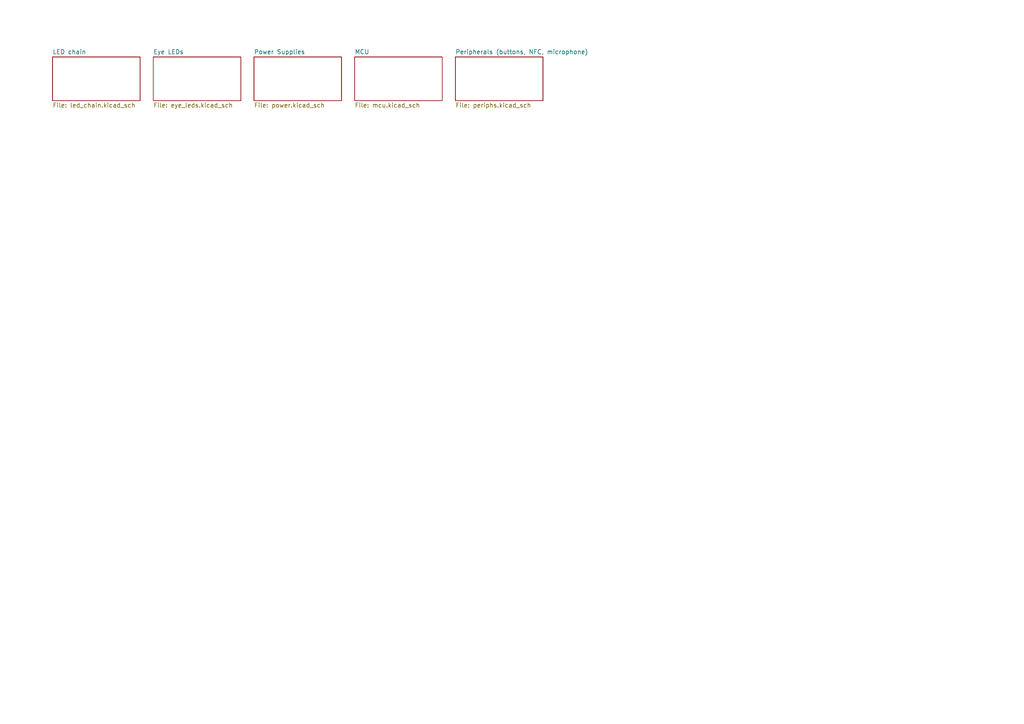
<source format=kicad_sch>
(kicad_sch (version 20211123) (generator eeschema)
  (paper "A4")
  (title_block (title "Paranoids Con Badge") (date "2022-06-21") (rev "A") (company "Yahoo") (comment 1 "See LICENSE file in project root for terms.") (comment 2 "Copyright Yahoo, Licensed under the terms of the Apache-2.0 license."))
  (lib_symbols)
  (sheet (at 44.45 16.51) (size 25.4 12.7) (stroke (width 0.1524))
    (property "Sheet name" "Eye LEDs" (at 44.45 15.7984 0) (effects (justify left bottom)))
    (property "Sheet file" "eye_leds.kicad_sch" (at 44.45 29.7946 0) (effects (justify left top)))
  )
  (sheet (at 132.08 16.51) (size 25.4 12.7) (stroke (width 0.1524))
    (property "Sheet name" "Peripherals (buttons, NFC, microphone)" (at 132.08 15.7984 0) (effects (justify left bottom)))
    (property "Sheet file" "periphs.kicad_sch" (at 132.08 29.7946 0) (effects (justify left top)))
  )
  (sheet (at 102.87 16.51) (size 25.4 12.7) (stroke (width 0.1524))
    (property "Sheet name" "MCU" (at 102.87 15.7984 0) (effects (justify left bottom)))
    (property "Sheet file" "mcu.kicad_sch" (at 102.87 29.7946 0) (effects (justify left top)))
  )
  (sheet (at 15.24 16.51) (size 25.4 12.7) (stroke (width 0.1524))
    (property "Sheet name" "LED chain" (at 15.24 15.7984 0) (effects (justify left bottom)))
    (property "Sheet file" "led_chain.kicad_sch" (at 15.24 29.7946 0) (effects (justify left top)))
  )
  (sheet (at 73.66 16.51) (size 25.4 12.7) (stroke (width 0.1524))
    (property "Sheet name" "Power Supplies" (at 73.66 15.7984 0) (effects (justify left bottom)))
    (property "Sheet file" "power.kicad_sch" (at 73.66 29.7946 0) (effects (justify left top)))
  )
)
</source>
